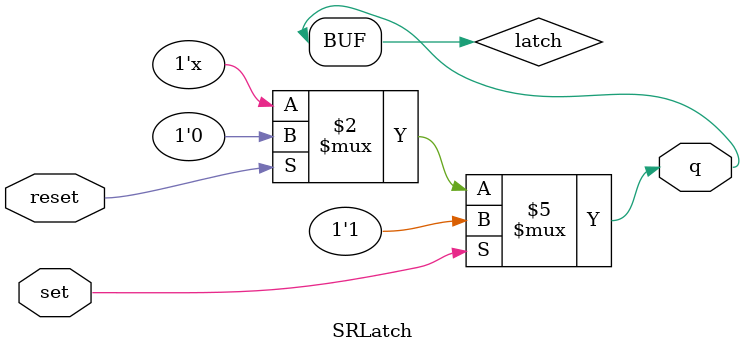
<source format=v>
module SRLatch (
  input set,
  input reset,
  output q
);

  reg latch;

  // synopsys async_set_reset "set"
  // synopsys one_hot "set, reset"
  always @(set or reset)
  begin
    if (set)
      latch <= 1'b1;
    else if (reset)
      latch <= 1'b0;
  end

  assign q = latch;

endmodule

/*
   Copyright 2016 SiFive, Inc.

   Licensed under the Apache License, Version 2.0 (the "License");
   you may not use this file except in compliance with the License.
   You may obtain a copy of the License at

       http://www.apache.org/licenses/LICENSE-2.0

   Unless required by applicable law or agreed to in writing, software
   distributed under the License is distributed on an "AS IS" BASIS,
   WITHOUT WARRANTIES OR CONDITIONS OF ANY KIND, either express or implied.
   See the License for the specific language governing permissions and
   limitations under the License.
*/

</source>
